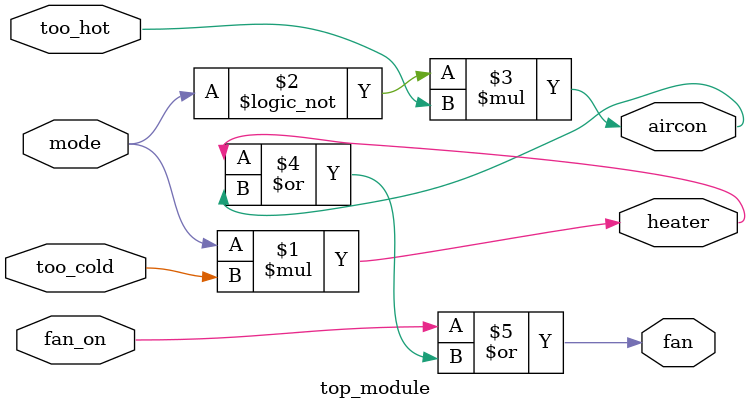
<source format=v>
module top_module (
    input too_cold,
    input too_hot,
    input mode,
    input fan_on,
    output heater,
    output aircon,
    output fan
); 

    assign heater = mode * too_cold;
    assign aircon = !mode * too_hot;
    assign fan = fan_on | (heater | aircon);
    
endmodule

</source>
